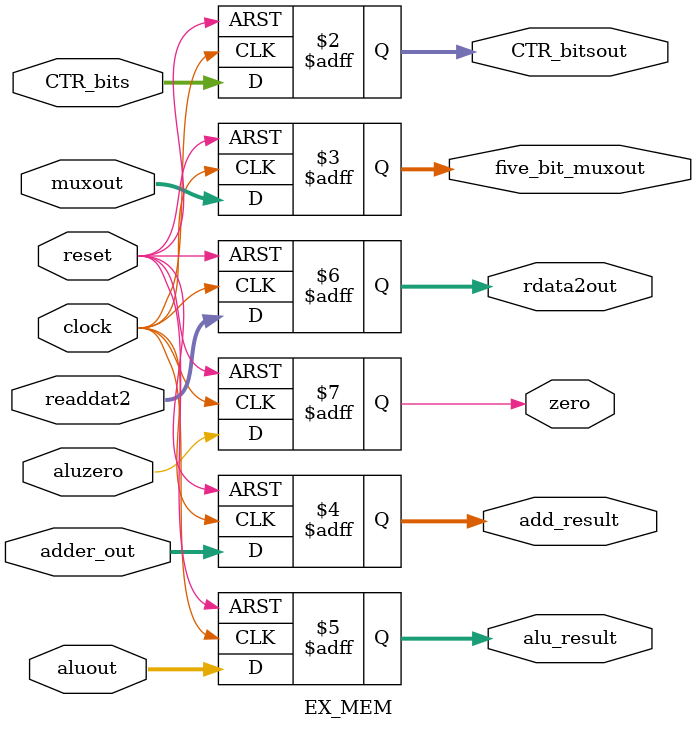
<source format=v>

module EX_MEM(clock, reset, CTR_bits,                           // Input clock, control bits
             adder_out, aluzero, aluout, readdat2, muxout,      // Inputs from EX stage
             CTR_bitsout, add_result, zero, alu_result, rdata2out, five_bit_muxout);  // Outputs

  // Define inputs
  input clock, reset;
  input [31:0] adder_out, aluout, readdat2;            // Input 32 bit data values, npc
  input [4:0] CTR_bits, muxout;
  input aluzero;

  // Define outputs
  output [4:0] CTR_bitsout, five_bit_muxout;
  output [31:0] add_result, alu_result, rdata2out;
  output zero;

  // Storage register definitions
  (* dont_touch = "true" *)reg [4:0] CTR_bitsout;
  (* dont_touch = "true" *)reg [31:0] add_result, alu_result, rdata2out;
  (* dont_touch = "true" *)reg [4:0] five_bit_muxout;
  (* dont_touch = "true" *)reg zero;

  always @(posedge clock or posedge reset) begin
    if (reset) begin
      CTR_bitsout <= 0;
      add_result <= 0;
      alu_result <= 0;
      rdata2out <= 0;
      five_bit_muxout <= 0;
      zero <= 0;
    end
    else begin
      CTR_bitsout <= CTR_bits;
      add_result <= adder_out;
      alu_result <= aluout;
      rdata2out <= readdat2;
      five_bit_muxout <= muxout;
      zero <= aluzero;
    end
  end

endmodule

</source>
